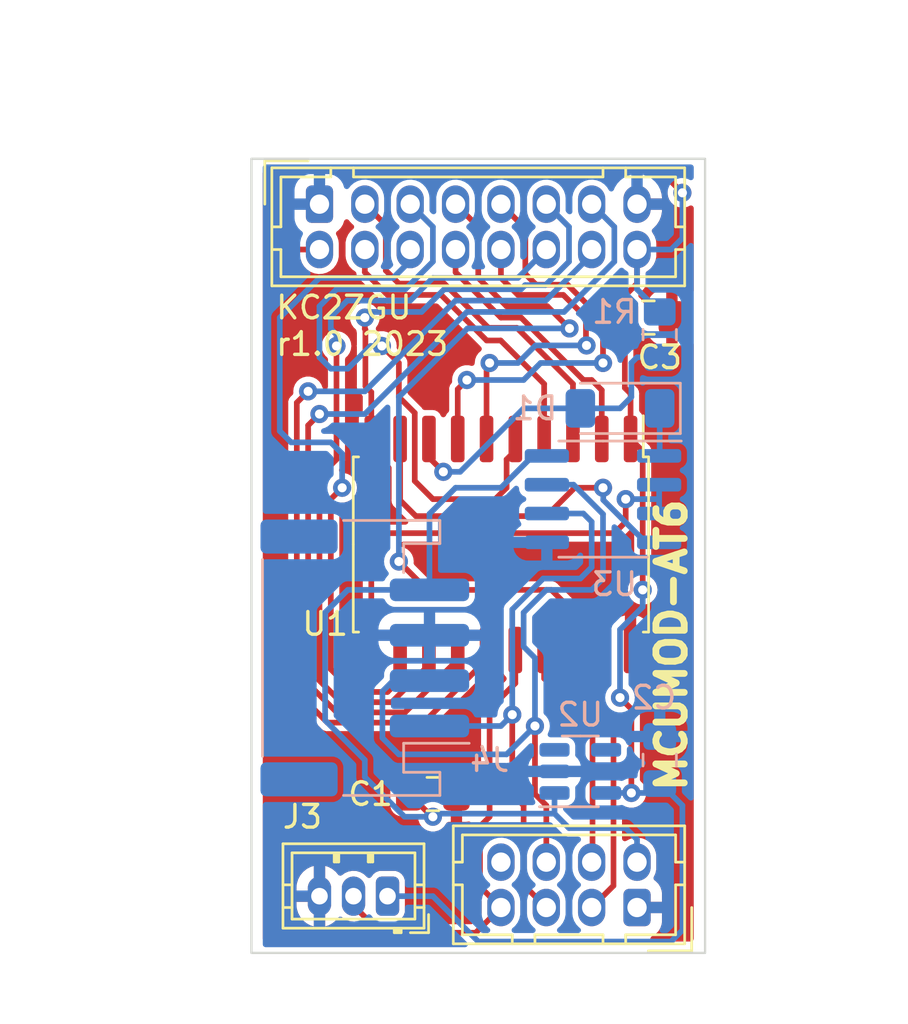
<source format=kicad_pcb>
(kicad_pcb (version 20221018) (generator pcbnew)
  (layers (0 "F.Cu" signal) (31 "B.Cu" signal) (34 "B.Paste" user) (35 "F.Paste" user) (36 "B.SilkS" user "B.Silkscreen") (37 "F.SilkS" user "F.Silkscreen") (38 "B.Mask" user) (39 "F.Mask" user) (44 "Edge.Cuts" user))
  (net 0 "")
  (net 1 "+5V")
  (net 2 "GND")
  (net 3 "+3.3V")
  (net 5 "Net-(U1-PB2)")
  (net 8 "UPDI")
  (net 9 "RS485A")
  (net 10 "RS485B")
  (net 11 "IO4")
  (net 12 "IO5")
  (net 13 "IO0")
  (net 14 "IO1")
  (net 15 "IO2")
  (net 16 "IO3")
  (net 17 "IO6")
  (net 18 "IO7")
  (net 19 "IO8")
  (net 20 "IO9")
  (net 21 "IO10")
  (net 22 "IO11")
  (net 23 "IO12")
  (net 24 "IO13")
  (net 25 "/TXEN")
  (net 26 "Net-(D1-K)")
  (net 27 "Net-(D1-A)")
  (footprint "footprints:JST_ZH_B3B-ZR_1x03_P1.50mm_Vertical" (layer "F.Cu") (at 106 132.5 180)
    (fp_text reference "J3" (at 3.75 3.5) (layer "F.SilkS"))
    (fp_text value "Conn_01x03_Pin")
    (fp_line (start -1.81 -1.61) (end -1.81 -0.81) (stroke (width 0.12)) (layer "F.SilkS"))
    (fp_line (start -1.61 -1.41) (end -1.61 2.31) (stroke (width 0.12)) (layer "F.SilkS"))
    (fp_line (start -1.61 -0.5) (end -1.21 -0.5) (stroke (width 0.12)) (layer "F.SilkS"))
    (fp_line (start -1.61 0.5) (end -1.21 0.5) (stroke (width 0.12)) (layer "F.SilkS"))
    (fp_line (start -1.61 2.31) (end 4.61 2.31) (stroke (width 0.12)) (layer "F.SilkS"))
    (fp_line (start -1.21 -1.01) (end -1.21 1.91) (stroke (width 0.12)) (layer "F.SilkS"))
    (fp_line (start -1.21 1.91) (end 4.21 1.91) (stroke (width 0.12)) (layer "F.SilkS"))
    (fp_line (start -1.01 -1.61) (end -1.81 -1.61) (stroke (width 0.12)) (layer "F.SilkS"))
    (fp_line (start -0.6 -1.61) (end -0.6 -1.41) (stroke (width 0.12)) (layer "F.SilkS"))
    (fp_line (start -0.3 -1.61) (end -0.6 -1.61) (stroke (width 0.12)) (layer "F.SilkS"))
    (fp_line (start -0.3 -1.51) (end -0.6 -1.51) (stroke (width 0.12)) (layer "F.SilkS"))
    (fp_line (start -0.3 -1.41) (end -0.3 -1.61) (stroke (width 0.12)) (layer "F.SilkS"))
    (fp_line (start 0.65 1.51) (end 0.85 1.51) (stroke (width 0.12)) (layer "F.SilkS"))
    (fp_line (start 0.65 1.91) (end 0.65 1.51) (stroke (width 0.12)) (layer "F.SilkS"))
    (fp_line (start 0.75 1.91) (end 0.75 1.51) (stroke (width 0.12)) (layer "F.SilkS"))
    (fp_line (start 0.85 1.51) (end 0.85 1.91) (stroke (width 0.12)) (layer "F.SilkS"))
    (fp_line (start 2.15 1.51) (end 2.35 1.51) (stroke (width 0.12)) (layer "F.SilkS"))
    (fp_line (start 2.15 1.91) (end 2.15 1.51) (stroke (width 0.12)) (layer "F.SilkS"))
    (fp_line (start 2.25 1.91) (end 2.25 1.51) (stroke (width 0.12)) (layer "F.SilkS"))
    (fp_line (start 2.35 1.51) (end 2.35 1.91) (stroke (width 0.12)) (layer "F.SilkS"))
    (fp_line (start 4.21 -1.01) (end -1.21 -1.01) (stroke (width 0.12)) (layer "F.SilkS"))
    (fp_line (start 4.21 1.91) (end 4.21 -1.01) (stroke (width 0.12)) (layer "F.SilkS"))
    (fp_line (start 4.61 -1.41) (end -1.61 -1.41) (stroke (width 0.12)) (layer "F.SilkS"))
    (fp_line (start 4.61 -0.5) (end 4.21 -0.5) (stroke (width 0.12)) (layer "F.SilkS"))
    (fp_line (start 4.61 0.5) (end 4.21 0.5) (stroke (width 0.12)) (layer "F.SilkS"))
    (fp_line (start 4.61 2.31) (end 4.61 -1.41) (stroke (width 0.12)) (layer "F.SilkS"))
    (pad "1" thru_hole roundrect (at 0 0 180) (size 1.03 1.73) (drill 0.73) (layers "*.Cu" "*.Mask") (roundrect_rratio 0.2427184466) (net 3 "+3.3V"))
    (pad "2" thru_hole oval (at 1.5 0 180) (size 1.03 1.73) (drill 0.73) (layers "*.Cu" "*.Mask") (net 8 "UPDI"))
    (pad "3" thru_hole oval (at 3 0 180) (size 1.03 1.73) (drill 0.73) (layers "*.Cu" "*.Mask") (net 2 "GND"))
  )
  (footprint "Package_SO:SOIC-20W_7.5x12.8mm_P1.27mm" (layer "F.Cu") (at 111 117 -90)
    (fp_text reference "U1" (at 3.5 7.75 -180) (layer "F.SilkS"))
    (fp_text value "ATtiny1616-S")
    (fp_line (start -3.86 -6.51) (end -3.86 -6.275) (stroke (width 0.12)) (layer "F.SilkS"))
    (fp_line (start -3.86 -6.275) (end -5.675 -6.275) (stroke (width 0.12)) (layer "F.SilkS"))
    (fp_line (start -3.86 6.51) (end -3.86 6.275) (stroke (width 0.12)) (layer "F.SilkS"))
    (fp_line (start 0 -6.51) (end -3.86 -6.51) (stroke (width 0.12)) (layer "F.SilkS"))
    (fp_line (start 0 -6.51) (end 3.86 -6.51) (stroke (width 0.12)) (layer "F.SilkS"))
    (fp_line (start 0 6.51) (end -3.86 6.51) (stroke (width 0.12)) (layer "F.SilkS"))
    (fp_line (start 0 6.51) (end 3.86 6.51) (stroke (width 0.12)) (layer "F.SilkS"))
    (fp_line (start 3.86 -6.51) (end 3.86 -6.275) (stroke (width 0.12)) (layer "F.SilkS"))
    (fp_line (start 3.86 6.51) (end 3.86 6.275) (stroke (width 0.12)) (layer "F.SilkS"))
    (pad "1" smd roundrect (at -4.65 -5.715 270) (size 2.05 0.6) (layers "F.Cu" "F.Paste" "F.Mask") (net 3 "+3.3V"))
    (pad "2" smd roundrect (at -4.65 -4.445 270) (size 2.05 0.6) (layers "F.Cu" "F.Paste" "F.Mask") (net 18 "IO7"))
    (pad "3" smd roundrect (at -4.65 -3.175 270) (size 2.05 0.6) (layers "F.Cu" "F.Paste" "F.Mask") (net 13 "IO0"))
    (pad "4" smd roundrect (at -4.65 -1.905 270) (size 2.05 0.6) (layers "F.Cu" "F.Paste" "F.Mask") (net 14 "IO1"))
    (pad "5" smd roundrect (at -4.65 -0.635 270) (size 2.05 0.6) (layers "F.Cu" "F.Paste" "F.Mask") (net 15 "IO2"))
    (pad "6" smd roundrect (at -4.65 0.635 270) (size 2.05 0.6) (layers "F.Cu" "F.Paste" "F.Mask") (net 20 "IO9"))
    (pad "7" smd roundrect (at -4.65 1.905 270) (size 2.05 0.6) (layers "F.Cu" "F.Paste" "F.Mask") (net 19 "IO8"))
    (pad "8" smd roundrect (at -4.65 3.175 270) (size 2.05 0.6) (layers "F.Cu" "F.Paste" "F.Mask") (net 27 "Net-(D1-A)"))
    (pad "9" smd roundrect (at -4.65 4.445 270) (size 2.05 0.6) (layers "F.Cu" "F.Paste" "F.Mask") (net 5 "Net-(U1-PB2)"))
    (pad "10" smd roundrect (at -4.65 5.715 270) (size 2.05 0.6) (layers "F.Cu" "F.Paste" "F.Mask") (net 21 "IO10"))
    (pad "11" smd roundrect (at 4.65 5.715 270) (size 2.05 0.6) (layers "F.Cu" "F.Paste" "F.Mask") (net 25 "/TXEN"))
    (pad "12" smd roundrect (at 4.65 4.445 270) (size 2.05 0.6) (layers "F.Cu" "F.Paste" "F.Mask") (net 16 "IO3"))
    (pad "13" smd roundrect (at 4.65 3.175 270) (size 2.05 0.6) (layers "F.Cu" "F.Paste" "F.Mask") (net 22 "IO11"))
    (pad "14" smd roundrect (at 4.65 1.905 270) (size 2.05 0.6) (layers "F.Cu" "F.Paste" "F.Mask") (net 23 "IO12"))
    (pad "15" smd roundrect (at 4.65 0.635 270) (size 2.05 0.6) (layers "F.Cu" "F.Paste" "F.Mask") (net 24 "IO13"))
    (pad "16" smd roundrect (at 4.65 -0.635 270) (size 2.05 0.6) (layers "F.Cu" "F.Paste" "F.Mask") (net 8 "UPDI"))
    (pad "17" smd roundrect (at 4.65 -1.905 270) (size 2.05 0.6) (layers "F.Cu" "F.Paste" "F.Mask") (net 12 "IO5"))
    (pad "18" smd roundrect (at 4.65 -3.175 270) (size 2.05 0.6) (layers "F.Cu" "F.Paste" "F.Mask") (net 11 "IO4"))
    (pad "19" smd roundrect (at 4.65 -4.445 270) (size 2.05 0.6) (layers "F.Cu" "F.Paste" "F.Mask") (net 17 "IO6"))
    (pad "20" smd roundrect (at 4.65 -5.715 270) (size 2.05 0.6) (layers "F.Cu" "F.Paste" "F.Mask") (net 2 "GND"))
  )
  (footprint "Connector_Hirose:Hirose_DF11-8DP-2DSA_2x04_P2.00mm_Vertical" (layer "F.Cu") (at 117 133 180)
    (fp_text reference "J2" hide)
    (fp_text value "Conn_02x04_Odd_Even")
    (fp_line (start -2.41 -1.91) (end -0.5 -1.91) (stroke (width 0.12)) (layer "F.SilkS"))
    (fp_line (start -2.41 0) (end -2.41 -1.91) (stroke (width 0.12)) (layer "F.SilkS"))
    (fp_line (start -2.1 -1.6) (end -2.1 3.6) (stroke (width 0.12)) (layer "F.SilkS"))
    (fp_line (start -2.1 1) (end -1.7 1) (stroke (width 0.12)) (layer "F.SilkS"))
    (fp_line (start -2.1 2) (end -1.7 2) (stroke (width 0.12)) (layer "F.SilkS"))
    (fp_line (start -2.1 3.6) (end 8.1 3.6) (stroke (width 0.12)) (layer "F.SilkS"))
    (fp_line (start -1.7 -1.2) (end 0.5 -1.2) (stroke (width 0.12)) (layer "F.SilkS"))
    (fp_line (start -1.7 1) (end -1.7 -1.2) (stroke (width 0.12)) (layer "F.SilkS"))
    (fp_line (start -1.7 2) (end -1.7 3.2) (stroke (width 0.12)) (layer "F.SilkS"))
    (fp_line (start -1.7 3.2) (end 7.7 3.2) (stroke (width 0.12)) (layer "F.SilkS"))
    (fp_line (start 0.5 -1.2) (end 0.5 -1.6) (stroke (width 0.12)) (layer "F.SilkS"))
    (fp_line (start 1.5 -1.6) (end 1.5 -1.2) (stroke (width 0.12)) (layer "F.SilkS"))
    (fp_line (start 1.5 -1.2) (end 4.5 -1.2) (stroke (width 0.12)) (layer "F.SilkS"))
    (fp_line (start 4.5 -1.2) (end 4.5 -1.6) (stroke (width 0.12)) (layer "F.SilkS"))
    (fp_line (start 5.5 -1.2) (end 5.5 -1.6) (stroke (width 0.12)) (layer "F.SilkS"))
    (fp_line (start 7.7 -1.2) (end 5.5 -1.2) (stroke (width 0.12)) (layer "F.SilkS"))
    (fp_line (start 7.7 1) (end 7.7 -1.2) (stroke (width 0.12)) (layer "F.SilkS"))
    (fp_line (start 7.7 2) (end 8.1 2) (stroke (width 0.12)) (layer "F.SilkS"))
    (fp_line (start 7.7 3.2) (end 7.7 2) (stroke (width 0.12)) (layer "F.SilkS"))
    (fp_line (start 8.1 -1.6) (end -2.1 -1.6) (stroke (width 0.12)) (layer "F.SilkS"))
    (fp_line (start 8.1 1) (end 7.7 1) (stroke (width 0.12)) (layer "F.SilkS"))
    (fp_line (start 8.1 3.6) (end 8.1 -1.6) (stroke (width 0.12)) (layer "F.SilkS"))
    (pad "1" thru_hole roundrect (at 0 0 180) (size 1.2 1.65) (drill 0.85) (layers "*.Cu" "*.Mask") (roundrect_rratio 0.2083333333) (net 2 "GND"))
    (pad "2" thru_hole oval (at 0 2 180) (size 1.2 1.65) (drill 0.85) (layers "*.Cu" "*.Mask") (net 1 "+5V"))
    (pad "3" thru_hole oval (at 2 0 180) (size 1.2 1.65) (drill 0.85) (layers "*.Cu" "*.Mask") (net 11 "IO4"))
    (pad "4" thru_hole oval (at 2 2 180) (size 1.2 1.65) (drill 0.85) (layers "*.Cu" "*.Mask") (net 12 "IO5"))
    (pad "5" thru_hole oval (at 4 0 180) (size 1.2 1.65) (drill 0.85) (layers "*.Cu" "*.Mask") (net 9 "RS485A"))
    (pad "6" thru_hole oval (at 4 2 180) (size 1.2 1.65) (drill 0.85) (layers "*.Cu" "*.Mask") (net 10 "RS485B"))
    (pad "7" thru_hole oval (at 6 0 180) (size 1.2 1.65) (drill 0.85) (layers "*.Cu" "*.Mask") (net 8 "UPDI"))
    (pad "8" thru_hole oval (at 6 2 180) (size 1.2 1.65) (drill 0.85) (layers "*.Cu" "*.Mask"))
  )
  (footprint "Capacitor_SMD:C_0805_2012Metric_Pad1.18x1.45mm_HandSolder" (layer "F.Cu") (at 108 128)
    (fp_text reference "C1" (at -2.75 0) (layer "F.SilkS"))
    (fp_text value "C")
    (fp_line (start -0.261252 -0.735) (end 0.261252 -0.735) (stroke (width 0.12)) (layer "F.SilkS"))
    (fp_line (start -0.261252 0.735) (end 0.261252 0.735) (stroke (width 0.12)) (layer "F.SilkS"))
    (pad "1" smd roundrect (at -1.0375 0) (size 1.175 1.45) (layers "F.Cu" "F.Paste" "F.Mask") (roundrect_rratio 0.2127659574) (net 1 "+5V"))
    (pad "2" smd roundrect (at 1.0375 0) (size 1.175 1.45) (layers "F.Cu" "F.Paste" "F.Mask") (roundrect_rratio 0.2127659574) (net 2 "GND"))
  )
  (footprint "Connector_Hirose:Hirose_DF11-16DP-2DSA_2x08_P2.00mm_Vertical" (layer "F.Cu") (at 103 102)
    (fp_text reference "J1" hide)
    (fp_text value "Conn_02x08_Odd_Even")
    (fp_line (start -2.41 -1.91) (end -0.5 -1.91) (stroke (width 0.12)) (layer "F.SilkS"))
    (fp_line (start -2.41 0) (end -2.41 -1.91) (stroke (width 0.12)) (layer "F.SilkS"))
    (fp_line (start -2.1 -1.6) (end -2.1 3.6) (stroke (width 0.12)) (layer "F.SilkS"))
    (fp_line (start -2.1 1) (end -1.7 1) (stroke (width 0.12)) (layer "F.SilkS"))
    (fp_line (start -2.1 2) (end -1.7 2) (stroke (width 0.12)) (layer "F.SilkS"))
    (fp_line (start -2.1 3.6) (end 16.1 3.6) (stroke (width 0.12)) (layer "F.SilkS"))
    (fp_line (start -1.7 -1.2) (end 0.5 -1.2) (stroke (width 0.12)) (layer "F.SilkS"))
    (fp_line (start -1.7 1) (end -1.7 -1.2) (stroke (width 0.12)) (layer "F.SilkS"))
    (fp_line (start -1.7 2) (end -1.7 3.2) (stroke (width 0.12)) (layer "F.SilkS"))
    (fp_line (start -1.7 3.2) (end 15.7 3.2) (stroke (width 0.12)) (layer "F.SilkS"))
    (fp_line (start 0.5 -1.2) (end 0.5 -1.6) (stroke (width 0.12)) (layer "F.SilkS"))
    (fp_line (start 1.5 -1.6) (end 1.5 -1.2) (stroke (width 0.12)) (layer "F.SilkS"))
    (fp_line (start 1.5 -1.2) (end 12.5 -1.2) (stroke (width 0.12)) (layer "F.SilkS"))
    (fp_line (start 12.5 -1.2) (end 12.5 -1.6) (stroke (width 0.12)) (layer "F.SilkS"))
    (fp_line (start 13.5 -1.2) (end 13.5 -1.6) (stroke (width 0.12)) (layer "F.SilkS"))
    (fp_line (start 15.7 -1.2) (end 13.5 -1.2) (stroke (width 0.12)) (layer "F.SilkS"))
    (fp_line (start 15.7 1) (end 15.7 -1.2) (stroke (width 0.12)) (layer "F.SilkS"))
    (fp_line (start 15.7 2) (end 16.1 2) (stroke (width 0.12)) (layer "F.SilkS"))
    (fp_line (start 15.7 3.2) (end 15.7 2) (stroke (width 0.12)) (layer "F.SilkS"))
    (fp_line (start 16.1 -1.6) (end -2.1 -1.6) (stroke (width 0.12)) (layer "F.SilkS"))
    (fp_line (start 16.1 1) (end 15.7 1) (stroke (width 0.12)) (layer "F.SilkS"))
    (fp_line (start 16.1 3.6) (end 16.1 -1.6) (stroke (width 0.12)) (layer "F.SilkS"))
    (pad "1" thru_hole roundrect (at 0 0) (size 1.2 1.65) (drill 0.85) (layers "*.Cu" "*.Mask") (roundrect_rratio 0.2083333333) (net 2 "GND"))
    (pad "2" thru_hole oval (at 0 2) (size 1.2 1.65) (drill 0.85) (layers "*.Cu" "*.Mask") (net 3 "+3.3V"))
    (pad "3" thru_hole oval (at 2 0) (size 1.2 1.65) (drill 0.85) (layers "*.Cu" "*.Mask") (net 13 "IO0"))
    (pad "4" thru_hole oval (at 2 2) (size 1.2 1.65) (drill 0.85) (layers "*.Cu" "*.Mask") (net 14 "IO1"))
    (pad "5" thru_hole oval (at 4 0) (size 1.2 1.65) (drill 0.85) (layers "*.Cu" "*.Mask") (net 15 "IO2"))
    (pad "6" thru_hole oval (at 4 2) (size 1.2 1.65) (drill 0.85) (layers "*.Cu" "*.Mask") (net 16 "IO3"))
    (pad "7" thru_hole oval (at 6 0) (size 1.2 1.65) (drill 0.85) (layers "*.Cu" "*.Mask") (net 17 "IO6"))
    (pad "8" thru_hole oval (at 6 2) (size 1.2 1.65) (drill 0.85) (layers "*.Cu" "*.Mask") (net 18 "IO7"))
    (pad "9" thru_hole oval (at 8 0) (size 1.2 1.65) (drill 0.85) (layers "*.Cu" "*.Mask") (net 19 "IO8"))
    (pad "10" thru_hole oval (at 8 2) (size 1.2 1.65) (drill 0.85) (layers "*.Cu" "*.Mask") (net 20 "IO9"))
    (pad "11" thru_hole oval (at 10 0) (size 1.2 1.65) (drill 0.85) (layers "*.Cu" "*.Mask") (net 21 "IO10"))
    (pad "12" thru_hole oval (at 10 2) (size 1.2 1.65) (drill 0.85) (layers "*.Cu" "*.Mask") (net 22 "IO11"))
    (pad "13" thru_hole oval (at 12 0) (size 1.2 1.65) (drill 0.85) (layers "*.Cu" "*.Mask") (net 23 "IO12"))
    (pad "14" thru_hole oval (at 12 2) (size 1.2 1.65) (drill 0.85) (layers "*.Cu" "*.Mask") (net 24 "IO13"))
    (pad "15" thru_hole oval (at 14 0) (size 1.2 1.65) (drill 0.85) (layers "*.Cu" "*.Mask") (net 2 "GND"))
    (pad "16" thru_hole oval (at 14 2) (size 1.2 1.65) (drill 0.85) (layers "*.Cu" "*.Mask") (net 3 "+3.3V"))
  )
  (footprint "Capacitor_SMD:C_0805_2012Metric_Pad1.18x1.45mm_HandSolder" (layer "F.Cu") (at 117.5 107)
    (fp_text reference "C3" (at 0.5 1.75) (layer "F.SilkS"))
    (fp_text value "C")
    (fp_line (start -0.261252 -0.735) (end 0.261252 -0.735) (stroke (width 0.12)) (layer "F.SilkS"))
    (fp_line (start -0.261252 0.735) (end 0.261252 0.735) (stroke (width 0.12)) (layer "F.SilkS"))
    (pad "1" smd roundrect (at -1.0375 0) (size 1.175 1.45) (layers "F.Cu" "F.Paste" "F.Mask") (roundrect_rratio 0.2127659574) (net 3 "+3.3V"))
    (pad "2" smd roundrect (at 1.0375 0) (size 1.175 1.45) (layers "F.Cu" "F.Paste" "F.Mask") (roundrect_rratio 0.2127659574) (net 2 "GND"))
  )
  (footprint "Connector_JST:JST_PH_S4B-PH-SM4-TB_1x04-1MP_P2.00mm_Horizontal" (layer "B.Cu") (at 105 122 90)
    (fp_text reference "J4" (at -4.5 5.5 180) (layer "B.SilkS") (effects (justify mirror)))
    (fp_text value "Conn_01x04_Pin")
    (fp_line (start -6.06 -0.94) (end -6.06 3.31) (stroke (width 0.12)) (layer "B.SilkS"))
    (fp_line (start -6.06 3.31) (end -5.04 3.31) (stroke (width 0.12)) (layer "B.SilkS"))
    (fp_line (start -5.04 1.71) (end -3.76 1.71) (stroke (width 0.12)) (layer "B.SilkS"))
    (fp_line (start -5.04 3.31) (end -5.04 1.71) (stroke (width 0.12)) (layer "B.SilkS"))
    (fp_line (start -4.34 -4.51) (end 4.34 -4.51) (stroke (width 0.12)) (layer "B.SilkS"))
    (fp_line (start -3.76 1.71) (end -3.76 4.6) (stroke (width 0.12)) (layer "B.SilkS"))
    (fp_line (start 5.04 1.71) (end 3.76 1.71) (stroke (width 0.12)) (layer "B.SilkS"))
    (fp_line (start 5.04 3.31) (end 5.04 1.71) (stroke (width 0.12)) (layer "B.SilkS"))
    (fp_line (start 6.06 -0.94) (end 6.06 3.31) (stroke (width 0.12)) (layer "B.SilkS"))
    (fp_line (start 6.06 3.31) (end 5.04 3.31) (stroke (width 0.12)) (layer "B.SilkS"))
    (pad "1" smd roundrect (at -3 2.85 90) (size 1 3.5) (layers "B.Cu" "B.Paste" "B.Mask") (net 9 "RS485A"))
    (pad "2" smd roundrect (at -1 2.85 90) (size 1 3.5) (layers "B.Cu" "B.Paste" "B.Mask") (net 10 "RS485B"))
    (pad "3" smd roundrect (at 1 2.85 90) (size 1 3.5) (layers "B.Cu" "B.Paste" "B.Mask") (net 2 "GND"))
    (pad "4" smd roundrect (at 3 2.85 90) (size 1 3.5) (layers "B.Cu" "B.Paste" "B.Mask") (net 1 "+5V"))
    (pad "MP" smd roundrect (at -5.35 -2.9 90) (size 1.5 3.4) (layers "B.Cu" "B.Paste" "B.Mask") (roundrect_rratio 0.1666673333))
    (pad "MP" smd roundrect (at 5.35 -2.9 90) (size 1.5 3.4) (layers "B.Cu" "B.Paste" "B.Mask") (roundrect_rratio 0.1666673333))
  )
  (footprint "Resistor_SMD:R_0805_2012Metric_Pad1.20x1.40mm_HandSolder" (layer "B.Cu") (at 118 107.75 90)
    (fp_text reference "R1" (at 1 -2 180) (layer "B.SilkS") (effects (justify mirror)))
    (fp_text value "R_US")
    (fp_line (start -0.227064 -0.735) (end 0.227064 -0.735) (stroke (width 0.12)) (layer "B.SilkS"))
    (fp_line (start -0.227064 0.735) (end 0.227064 0.735) (stroke (width 0.12)) (layer "B.SilkS"))
    (pad "1" smd roundrect (at -1 0 90) (size 1.2 1.4) (layers "B.Cu" "B.Paste" "B.Mask") (roundrect_rratio 0.2083333333) (net 27 "Net-(D1-A)"))
    (pad "2" smd roundrect (at 1 0 90) (size 1.2 1.4) (layers "B.Cu" "B.Paste" "B.Mask") (roundrect_rratio 0.2083333333) (net 3 "+3.3V"))
  )
  (footprint "Package_SO:SOIC-8_3.9x4.9mm_P1.27mm" (layer "B.Cu") (at 115.5 115 180)
    (fp_text reference "U3" (at -0.5 -3.75) (layer "B.SilkS") (effects (justify mirror)))
    (fp_text value "ST485EBDR")
    (fp_line (start 0 -2.56) (end -1.95 -2.56) (stroke (width 0.12)) (layer "B.SilkS"))
    (fp_line (start 0 -2.56) (end 1.95 -2.56) (stroke (width 0.12)) (layer "B.SilkS"))
    (fp_line (start 0 2.56) (end -3.45 2.56) (stroke (width 0.12)) (layer "B.SilkS"))
    (fp_line (start 0 2.56) (end 1.95 2.56) (stroke (width 0.12)) (layer "B.SilkS"))
    (pad "1" smd roundrect (at -2.475 1.905 180) (size 1.95 0.6) (layers "B.Cu" "B.Paste" "B.Mask") (net 26 "Net-(D1-K)"))
    (pad "2" smd roundrect (at -2.475 0.635 180) (size 1.95 0.6) (layers "B.Cu" "B.Paste" "B.Mask") (net 25 "/TXEN"))
    (pad "3" smd roundrect (at -2.475 -0.635 180) (size 1.95 0.6) (layers "B.Cu" "B.Paste" "B.Mask") (net 25 "/TXEN"))
    (pad "4" smd roundrect (at -2.475 -1.905 180) (size 1.95 0.6) (layers "B.Cu" "B.Paste" "B.Mask") (net 5 "Net-(U1-PB2)"))
    (pad "5" smd roundrect (at 2.475 -1.905 180) (size 1.95 0.6) (layers "B.Cu" "B.Paste" "B.Mask") (net 2 "GND"))
    (pad "6" smd roundrect (at 2.475 -0.635 180) (size 1.95 0.6) (layers "B.Cu" "B.Paste" "B.Mask") (net 9 "RS485A"))
    (pad "7" smd roundrect (at 2.475 0.635 180) (size 1.95 0.6) (layers "B.Cu" "B.Paste" "B.Mask") (net 10 "RS485B"))
    (pad "8" smd roundrect (at 2.475 1.905 180) (size 1.95 0.6) (layers "B.Cu" "B.Paste" "B.Mask") (net 1 "+5V"))
  )
  (footprint "Diode_SMD:D_MiniMELF" (layer "B.Cu") (at 116.25 111 180)
    (fp_text reference "D1" (at 3.75 0) (layer "B.SilkS") (effects (justify mirror)))
    (fp_text value "LL4148")
    (fp_line (start -2.66 -1.11) (end 1.75 -1.11) (stroke (width 0.12)) (layer "B.SilkS"))
    (fp_line (start -2.66 1.11) (end -2.66 -1.11) (stroke (width 0.12)) (layer "B.SilkS"))
    (fp_line (start 1.75 1.11) (end -2.66 1.11) (stroke (width 0.12)) (layer "B.SilkS"))
    (pad "1" smd roundrect (at -1.75 0 180) (size 1.3 1.7) (layers "B.Cu" "B.Paste" "B.Mask") (roundrect_rratio 0.1923076923) (net 26 "Net-(D1-K)"))
    (pad "2" smd roundrect (at 1.75 0 180) (size 1.3 1.7) (layers "B.Cu" "B.Paste" "B.Mask") (roundrect_rratio 0.1923076923) (net 27 "Net-(D1-A)"))
  )
  (footprint "Package_TO_SOT_SMD:TSOT-23-5" (layer "B.Cu") (at 114.5 127)
    (fp_text reference "U2" (at 0 -2.5) (layer "B.SilkS") (effects (justify mirror)))
    (fp_text value "ADP7142AUJZ-3.3")
    (fp_line (start 0 -1.56) (end -0.8 -1.56) (stroke (width 0.12)) (layer "B.SilkS"))
    (fp_line (start 0 -1.56) (end 0.8 -1.56) (stroke (width 0.12)) (layer "B.SilkS"))
    (fp_line (start 0 1.56) (end -1.8 1.56) (stroke (width 0.12)) (layer "B.SilkS"))
    (fp_line (start 0 1.56) (end 0.8 1.56) (stroke (width 0.12)) (layer "B.SilkS"))
    (pad "1" smd roundrect (at -1.1375 0.95) (size 1.325 0.6) (layers "B.Cu" "B.Paste" "B.Mask") (net 1 "+5V"))
    (pad "2" smd roundrect (at -1.1375 0) (size 1.325 0.6) (layers "B.Cu" "B.Paste" "B.Mask") (net 2 "GND"))
    (pad "3" smd roundrect (at -1.1375 -0.95) (size 1.325 0.6) (layers "B.Cu" "B.Paste" "B.Mask"))
    (pad "4" smd roundrect (at 1.1375 -0.95) (size 1.325 0.6) (layers "B.Cu" "B.Paste" "B.Mask"))
    (pad "5" smd roundrect (at 1.1375 0.95) (size 1.325 0.6) (layers "B.Cu" "B.Paste" "B.Mask") (net 3 "+3.3V"))
  )
  (footprint "Capacitor_SMD:C_0805_2012Metric_Pad1.18x1.45mm_HandSolder" (layer "B.Cu") (at 118 126.5 90)
    (fp_text reference "C2" (at 2.75 -0.25 180) (layer "B.SilkS") (effects (justify mirror)))
    (fp_text value "C")
    (fp_line (start -0.261252 -0.735) (end 0.261252 -0.735) (stroke (width 0.12)) (layer "B.SilkS"))
    (fp_line (start -0.261252 0.735) (end 0.261252 0.735) (stroke (width 0.12)) (layer "B.SilkS"))
    (pad "1" smd roundrect (at -1.0375 0 90) (size 1.175 1.45) (layers "B.Cu" "B.Paste" "B.Mask") (roundrect_rratio 0.2127659574) (net 3 "+3.3V"))
    (pad "2" smd roundrect (at 1.0375 0 90) (size 1.175 1.45) (layers "B.Cu" "B.Paste" "B.Mask") (roundrect_rratio 0.2127659574) (net 2 "GND"))
  )
  (gr_rect (start 100 100) (end 120 135) (stroke (width 0.1)) (fill none) (layer "Edge.Cuts"))
  (gr_text "MCUMOD-AT6" (at 119.25 128 90) (layer "F.SilkS") (effects (font (size 1.25 1.25) (thickness 0.3) bold) (justify left bottom)))
  (gr_text "KC2ZGU\nr1.0 2023" (at 101 108.75) (layer "F.SilkS") (effects (font (size 1 1)) (justify left bottom)))
  (segment (start 108 129) (end 107.9625 129) (width 0.25) (layer "F.Cu") (net 1))
  (segment (start 107.9625 129) (end 106.9625 128) (width 0.25) (layer "F.Cu") (net 1))
  (via (at 108 129) (size 0.8) (drill 0.4) (layers "F.Cu" "B.Cu") (net 1))
  (segment (start 107.85 119) (end 107.85 115.65) (width 0.25) (layer "B.Cu") (net 1))
  (segment (start 106.75 129) (end 105 127.25) (width 0.25) (layer "B.Cu") (net 1))
  (segment (start 113.025 113.095) (end 112.405 113.095) (width 0.25) (layer "B.Cu") (net 1))
  (segment (start 113.3625 128.8625) (end 113.3625 127.95) (width 0.25) (layer "B.Cu") (net 1))
  (segment (start 108 129) (end 106.75 129) (width 0.25) (layer "B.Cu") (net 1))
  (segment (start 103.25 124.75) (end 105 126.5) (width 0.25) (layer "B.Cu") (net 1))
  (segment (start 103.25 120) (end 103.25 124.75) (width 0.25) (layer "B.Cu") (net 1))
  (segment (start 105 126.5) (end 105 127.25) (width 0.25) (layer "B.Cu") (net 1))
  (segment (start 107.85 115.65) (end 109 114.5) (width 0.25) (layer "B.Cu") (net 1))
  (segment (start 117 130) (end 116.5 129.5) (width 0.25) (layer "B.Cu") (net 1))
  (segment (start 108.1375 128.8625) (end 108 129) (width 0.25) (layer "B.Cu") (net 1))
  (segment (start 107.85 119) (end 104.25 119) (width 0.25) (layer "B.Cu") (net 1))
  (segment (start 104.25 119) (end 103.25 120) (width 0.25) (layer "B.Cu") (net 1))
  (segment (start 109 114.5) (end 111 114.5) (width 0.25) (layer "B.Cu") (net 1))
  (segment (start 117 131) (end 117 130) (width 0.25) (layer "B.Cu") (net 1))
  (segment (start 116.5 129.5) (end 114 129.5) (width 0.25) (layer "B.Cu") (net 1))
  (segment (start 113.3625 128.8625) (end 108.1375 128.8625) (width 0.25) (layer "B.Cu") (net 1))
  (segment (start 112.405 113.095) (end 111 114.5) (width 0.25) (layer "B.Cu") (net 1))
  (segment (start 114 129.5) (end 113.3625 128.8625) (width 0.25) (layer "B.Cu") (net 1))
  (segment (start 117 105.5) (end 116.4625 106.0375) (width 0.25) (layer "F.Cu") (net 3))
  (segment (start 116.75 124.25) (end 116.25 123.75) (width 0.25) (layer "F.Cu") (net 3))
  (segment (start 117 104) (end 117 105.5) (width 0.25) (layer "F.Cu") (net 3))
  (segment (start 116.715 110.35) (end 116.4625 110.0975) (width 0.25) (layer "F.Cu") (net 3))
  (segment (start 101.5 101) (end 102 100.5) (width 0.25) (layer "F.Cu") (net 3))
  (segment (start 101.5 103.5) (end 101.5 101) (width 0.25) (layer "F.Cu") (net 3))
  (segment (start 118 100.5) (end 119 101.5) (width 0.25) (layer "F.Cu") (net 3))
  (segment (start 116.75 124.75) (end 116.75 124.25) (width 0.25) (layer "F.Cu") (net 3))
  (segment (start 116.75 127.95) (end 116.75 124.75) (width 0.25) (layer "F.Cu") (net 3))
  (segment (start 103 104) (end 102 104) (width 0.25) (layer "F.Cu") (net 3))
  (segment (start 116.4625 106.0375) (end 116.4625 107) (width 0.25) (layer "F.Cu") (net 3))
  (segment (start 117.25 112.885) (end 116.715 112.35) (width 0.25) (layer "F.Cu") (net 3))
  (segment (start 102 104) (end 101.5 103.5) (width 0.25) (layer "F.Cu") (net 3))
  (segment (start 117.25 119) (end 117.25 112.885) (width 0.25) (layer "F.Cu") (net 3))
  (segment (start 102 100.5) (end 118 100.5) (width 0.25) (layer "F.Cu") (net 3))
  (segment (start 116.4625 110.0975) (end 116.4625 107) (width 0.25) (layer "F.Cu") (net 3))
  (segment (start 116.715 110.35) (end 116.715 112.35) (width 0.25) (layer "F.Cu") (net 3))
  (via (at 119 101.5) (size 0.8) (drill 0.4) (layers "F.Cu" "B.Cu") (net 3))
  (via (at 117.25 119) (size 0.8) (drill 0.4) (layers "F.Cu" "B.Cu") (net 3))
  (via (at 116.75 127.95) (size 0.8) (drill 0.4) (layers "F.Cu" "B.Cu") (net 3))
  (via (at 116.25 123.75) (size 0.8) (drill 0.4) (layers "F.Cu" "B.Cu") (net 3))
  (segment (start 116.25 123.75) (end 116.25 120.75) (width 0.25) (layer "B.Cu") (net 3))
  (segment (start 118.0375 127.5375) (end 119 128.5) (width 0.25) (layer "B.Cu") (net 3))
  (segment (start 118.5 104) (end 117 104) (width 0.25) (layer "B.Cu") (net 3))
  (segment (start 117.25 119.75) (end 117.25 119) (width 0.25) (layer "B.Cu") (net 3))
  (segment (start 119 101.5) (end 119 103.5) (width 0.25) (layer "B.Cu") (net 3))
  (segment (start 118.5 134.5) (end 110 134.5) (width 0.25) (layer "B.Cu") (net 3))
  (segment (start 117 104) (end 117 105.75) (width 0.25) (layer "B.Cu") (net 3))
  (segment (start 119 128.5) (end 119 134) (width 0.25) (layer "B.Cu") (net 3))
  (segment (start 119 103.5) (end 118.5 104) (width 0.25) (layer "B.Cu") (net 3))
  (segment (start 119 134) (end 118.5 134.5) (width 0.25) (layer "B.Cu") (net 3))
  (segment (start 108 132.5) (end 106 132.5) (width 0.25) (layer "B.Cu") (net 3))
  (segment (start 115.6375 127.95) (end 116.75 127.95) (width 0.25) (layer "B.Cu") (net 3))
  (segment (start 117 105.75) (end 118 106.75) (width 0.25) (layer "B.Cu") (net 3))
  (segment (start 110 134.5) (end 108 132.5) (width 0.25) (layer "B.Cu") (net 3))
  (segment (start 118 127.5375) (end 118.0375 127.5375) (width 0.25) (layer "B.Cu") (net 3))
  (segment (start 116.75 127.95) (end 117.5875 127.95) (width 0.25) (layer "B.Cu") (net 3))
  (segment (start 117.5875 127.95) (end 118 127.5375) (width 0.25) (layer "B.Cu") (net 3))
  (segment (start 116.25 120.75) (end 117.25 119.75) (width 0.25) (layer "B.Cu") (net 3))
  (segment (start 107.25 115.75) (end 106.555 115.055) (width 0.25) (layer "F.Cu") (net 5))
  (segment (start 106.555 115.055) (end 106.555 112.35) (width 0.25) (layer "F.Cu") (net 5))
  (segment (start 115.5 114.5) (end 114.25 114.5) (width 0.25) (layer "F.Cu") (net 5))
  (segment (start 114.25 114.5) (end 113 115.75) (width 0.25) (layer "F.Cu") (net 5))
  (segment (start 113 115.75) (end 107.25 115.75) (width 0.25) (layer "F.Cu") (net 5))
  (via (at 115.5 114.5) (size 0.8) (drill 0.4) (layers "F.Cu" "B.Cu") (net 5))
  (segment (start 117.379695 116.905) (end 117.975 116.905) (width 0.25) (layer "B.Cu") (net 5))
  (segment (start 115.512299 115.037604) (end 117.379695 116.905) (width 0.25) (layer "B.Cu") (net 5))
  (segment (start 115.512299 115.037604) (end 115.512299 114.512299) (width 0.25) (layer "B.Cu") (net 5))
  (segment (start 115.512299 114.512299) (end 115.5 114.5) (width 0.25) (layer "B.Cu") (net 5))
  (segment (start 111.635 123.115195) (end 110.5 124.250195) (width 0.25) (layer "F.Cu") (net 8))
  (segment (start 109.8875 134.1125) (end 105.6975 134.1125) (width 0.25) (layer "F.Cu") (net 8))
  (segment (start 111.635 121.65) (end 111.635 123.115195) (width 0.25) (layer "F.Cu") (net 8))
  (segment (start 110.5 124.250195) (end 110.5 129) (width 0.25) (layer "F.Cu") (net 8))
  (segment (start 110.075 129.425) (end 110.075 132.075) (width 0.25) (layer "F.Cu") (net 8))
  (segment (start 111.0375 132.9625) (end 109.8875 134.1125) (width 0.25) (layer "F.Cu") (net 8))
  (segment (start 105.6975 134.1125) (end 104.5 132.915) (width 0.25) (layer "F.Cu") (net 8))
  (segment (start 110.075 132.075) (end 111 133) (width 0.25) (layer "F.Cu") (net 8))
  (segment (start 104.5 132.915) (end 104.5 132.5) (width 0.25) (layer "F.Cu") (net 8))
  (segment (start 110.5 129) (end 110.075 129.425) (width 0.25) (layer "F.Cu") (net 8))
  (segment (start 112 128.5) (end 111.5 128) (width 0.25) (layer "F.Cu") (net 9))
  (segment (start 111.5 128) (end 111.5 124.5) (width 0.25) (layer "F.Cu") (net 9))
  (segment (start 113 133) (end 112 132) (width 0.25) (layer "F.Cu") (net 9))
  (segment (start 112 132) (end 112 128.5) (width 0.25) (layer "F.Cu") (net 9))
  (via (at 111.5 124.5) (size 0.8) (drill 0.4) (layers "F.Cu" "B.Cu") (net 9))
  (segment (start 114.635 115.635) (end 113.025 115.635) (width 0.25) (layer "B.Cu") (net 9))
  (segment (start 111.5 124.5) (end 111.5 119.863604) (width 0.25) (layer "B.Cu") (net 9))
  (segment (start 115 116) (end 114.635 115.635) (width 0.25) (layer "B.Cu") (net 9))
  (segment (start 112.863604 118.5) (end 114.5 118.5) (width 0.25) (layer "B.Cu") (net 9))
  (segment (start 111 125) (end 111.5 124.5) (width 0.25) (layer "B.Cu") (net 9))
  (segment (start 107.85 125) (end 111 125) (width 0.25) (layer "B.Cu") (net 9))
  (segment (start 114.5 118.5) (end 115 118) (width 0.25) (layer "B.Cu") (net 9))
  (segment (start 111.5 119.863604) (end 112.863604 118.5) (width 0.25) (layer "B.Cu") (net 9))
  (segment (start 115 118) (end 115 116) (width 0.25) (layer "B.Cu") (net 9))
  (segment (start 113 128.5) (end 112.5 128) (width 0.25) (layer "F.Cu") (net 10))
  (segment (start 113 131) (end 113 128.5) (width 0.25) (layer "F.Cu") (net 10))
  (segment (start 112.5 125) (end 112.5 128) (width 0.25) (layer "F.Cu") (net 10))
  (via (at 112.5 125) (size 0.8) (drill 0.4) (layers "F.Cu" "B.Cu") (net 10))
  (segment (start 114.203299 114.365) (end 113.025 114.365) (width 0.25) (layer "B.Cu") (net 10))
  (segment (start 106.25 123) (end 105.775 123.475) (width 0.25) (layer "B.Cu") (net 10))
  (segment (start 105.775 125.525) (end 106.5 126.25) (width 0.25) (layer "B.Cu") (net 10))
  (segment (start 115.5 118.5) (end 115.5 115.661701) (width 0.25) (layer "B.Cu") (net 10))
  (segment (start 111.25 126.25) (end 112.5 125) (width 0.25) (layer "B.Cu") (net 10))
  (segment (start 112.5 122) (end 112.5 125) (width 0.25) (layer "B.Cu") (net 10))
  (segment (start 112 121.5) (end 112 120) (width 0.25) (layer "B.Cu") (net 10))
  (segment (start 113 119) (end 115 119) (width 0.25) (layer "B.Cu") (net 10))
  (segment (start 106.5 126.25) (end 111.25 126.25) (width 0.25) (layer "B.Cu") (net 10))
  (segment (start 112 120) (end 113 119) (width 0.25) (layer "B.Cu") (net 10))
  (segment (start 115.5 115.661701) (end 114.203299 114.365) (width 0.25) (layer "B.Cu") (net 10))
  (segment (start 115 119) (end 115.5 118.5) (width 0.25) (layer "B.Cu") (net 10))
  (segment (start 107.85 123) (end 106.25 123) (width 0.25) (layer "B.Cu") (net 10))
  (segment (start 112.5 122) (end 112 121.5) (width 0.25) (layer "B.Cu") (net 10))
  (segment (start 105.775 123.475) (end 105.775 125.525) (width 0.25) (layer "B.Cu") (net 10))
  (segment (start 115.9625 132.0375) (end 115.9625 125.326104) (width 0.25) (layer "F.Cu") (net 11))
  (segment (start 115.0375 132.9625) (end 115.9625 132.0375) (width 0.25) (layer "F.Cu") (net 11))
  (segment (start 115.9625 125.326104) (end 114.175 123.538604) (width 0.25) (layer "F.Cu") (net 11))
  (segment (start 114.175 123.538604) (end 114.175 121.65) (width 0.25) (layer "F.Cu") (net 11))
  (segment (start 115.0375 130.9625) (end 115.0375 125.0375) (width 0.25) (layer "F.Cu") (net 12))
  (segment (start 112.905 122.905) (end 112.905 121.65) (width 0.25) (layer "F.Cu") (net 12))
  (segment (start 115.0375 125.0375) (end 112.905 122.905) (width 0.25) (layer "F.Cu") (net 12))
  (segment (start 114.175 112.35) (end 114.175 109.923249) (width 0.25) (layer "F.Cu") (net 13))
  (segment (start 105.925 102.925) (end 105 102) (width 0.25) (layer "F.Cu") (net 13))
  (segment (start 105.925 104.925) (end 105.925 102.925) (width 0.25) (layer "F.Cu") (net 13))
  (segment (start 111.701751 107.45) (end 110.45 107.45) (width 0.25) (layer "F.Cu") (net 13))
  (segment (start 114.175 109.923249) (end 111.701751 107.45) (width 0.25) (layer "F.Cu") (net 13))
  (segment (start 106.5 105.5) (end 105.925 104.925) (width 0.25) (layer "F.Cu") (net 13))
  (segment (start 108.5 105.5) (end 106.5 105.5) (width 0.25) (layer "F.Cu") (net 13))
  (segment (start 110.45 107.45) (end 108.5 105.5) (width 0.25) (layer "F.Cu") (net 13))
  (segment (start 110.372729 108.009125) (end 110.990875 108.009125) (width 0.25) (layer "F.Cu") (net 14))
  (segment (start 112.905 109.923249) (end 110.990875 108.009125) (width 0.25) (layer "F.Cu") (net 14))
  (segment (start 105 105) (end 105 104) (width 0.25) (layer "F.Cu") (net 14))
  (segment (start 112.905 112.35) (end 112.905 109.923249) (width 0.25) (layer "F.Cu") (net 14))
  (segment (start 110.372729 108.009125) (end 108.363604 106) (width 0.25) (layer "F.Cu") (net 14))
  (segment (start 108.363604 106) (end 106 106) (width 0.25) (layer "F.Cu") (net 14))
  (segment (start 106 106) (end 105 105) (width 0.25) (layer "F.Cu") (net 14))
  (segment (start 107.2 114.2) (end 107.2 111.2) (width 0.25) (layer "F.Cu") (net 15))
  (segment (start 111.635 112.865) (end 111.25 113.25) (width 0.25) (layer "F.Cu") (net 15))
  (segment (start 107.2 111.2) (end 106.5 110.5) (width 0.25) (layer "F.Cu") (net 15))
  (segment (start 108 115) (end 107.2 114.2) (width 0.25) (layer "F.Cu") (net 15))
  (segment (start 111.25 113.25) (end 111.25 114.5) (width 0.25) (layer "F.Cu") (net 15))
  (segment (start 106.5 109) (end 105.75 108.25) (width 0.25) (layer "F.Cu") (net 15))
  (segment (start 110.75 115) (end 108 115) (width 0.25) (layer "F.Cu") (net 15))
  (segment (start 111.635 112.35) (end 111.635 112.865) (width 0.25) (layer "F.Cu") (net 15))
  (segment (start 106.5 109.75) (end 106.5 110.5) (width 0.25) (layer "F.Cu") (net 15))
  (segment (start 106.5 109.75) (end 106.5 109) (width 0.25) (layer "F.Cu") (net 15))
  (segment (start 111.25 114.5) (end 110.75 115) (width 0.25) (layer "F.Cu") (net 15))
  (via (at 105.75 108.25) (size 0.8) (drill 0.4) (layers "F.Cu" "B.Cu") (net 15))
  (segment (start 105.75 108.25) (end 105.25 108.25) (width 0.25) (layer "B.Cu") (net 15))
  (segment (start 104.25 109.25) (end 103.5 109.25) (width 0.25) (layer "B.Cu") (net 15))
  (segment (start 106.783148 105.75) (end 103.75 105.75) (width 0.25) (layer "B.Cu") (net 15))
  (segment (start 105.25 108.25) (end 104.25 109.25) (width 0.25) (layer "B.Cu") (net 15))
  (segment (start 103.75 105.75) (end 103 106.5) (width 0.25) (layer "B.Cu") (net 15))
  (segment (start 108 103) (end 108 104.533148) (width 0.25) (layer "B.Cu") (net 15))
  (segment (start 107 102) (end 108 103) (width 0.25) (layer "B.Cu") (net 15))
  (segment (start 108 104.533148) (end 106.783148 105.75) (width 0.25) (layer "B.Cu") (net 15))
  (segment (start 103 108.75) (end 103.5 109.25) (width 0.25) (layer "B.Cu") (net 15))
  (segment (start 103 106.5) (end 103 108.75) (width 0.25) (layer "B.Cu") (net 15))
  (segment (start 106.555 121.65) (end 106.555 122.945) (width 0.25) (layer "F.Cu") (net 16))
  (segment (start 106.555 122.945) (end 106 123.5) (width 0.25) (layer "F.Cu") (net 16))
  (segment (start 106 123.5) (end 104.5 123.5) (width 0.25) (layer "F.Cu") (net 16))
  (segment (start 103.5 116) (end 103.5 115) (width 0.25) (layer "F.Cu") (net 16))
  (segment (start 103.5 115) (end 104 114.5) (width 0.25) (layer "F.Cu") (net 16))
  (segment (start 104.5 123.5) (end 103.5 122.5) (width 0.25) (layer "F.Cu") (net 16))
  (segment (start 103.5 122.5) (end 103.5 116) (width 0.25) (layer "F.Cu") (net 16))
  (via (at 104 114.5) (size 0.8) (drill 0.4) (layers "F.Cu" "B.Cu") (net 16))
  (segment (start 107 104.5) (end 107 104) (width 0.25) (layer "B.Cu") (net 16))
  (segment (start 103.5 112.5) (end 101.75 112.5) (width 0.25) (layer "B.Cu") (net 16))
  (segment (start 101.25 112) (end 101.25 107) (width 0.25) (layer "B.Cu") (net 16))
  (segment (start 103 105.25) (end 106.25 105.25) (width 0.25) (layer "B.Cu") (net 16))
  (segment (start 104 114.5) (end 104 113) (width 0.25) (layer "B.Cu") (net 16))
  (segment (start 106.25 105.25) (end 107 104.5) (width 0.25) (layer "B.Cu") (net 16))
  (segment (start 104 113) (end 103.5 112.5) (width 0.25) (layer "B.Cu") (net 16))
  (segment (start 101.25 107) (end 103 105.25) (width 0.25) (layer "B.Cu") (net 16))
  (segment (start 101.75 112.5) (end 101.25 112) (width 0.25) (layer "B.Cu") (net 16))
  (segment (start 111.25 106.5) (end 113.04635 106.5) (width 0.25) (layer "F.Cu") (net 17))
  (segment (start 115.445 121.223249) (end 113.221751 119) (width 0.25) (layer "F.Cu") (net 17))
  (segment (start 111 119) (end 107.75 119) (width 0.25) (layer "F.Cu") (net 17))
  (segment (start 110 103) (end 110 105.25) (width 0.25) (layer "F.Cu") (net 17))
  (segment (start 113.221751 119) (end 111 119) (width 0.25) (layer "F.Cu") (net 17))
  (segment (start 110 105.25) (end 111.25 106.5) (width 0.25) (layer "F.Cu") (net 17))
  (segment (start 113.04635 106.5) (end 114.023175 107.476825) (width 0.25) (layer "F.Cu") (net 17))
  (segment (start 109 102) (end 110 103) (width 0.25) (layer "F.Cu") (net 17))
  (segment (start 107.75 119) (end 106.5 117.75) (width 0.25) (layer "F.Cu") (net 17))
  (via (at 106.5 117.75) (size 0.8) (drill 0.4) (layers "F.Cu" "B.Cu") (net 17))
  (via (at 114.023175 107.476825) (size 0.8) (drill 0.4) (layers "F.Cu" "B.Cu") (net 17))
  (segment (start 106.5 117.75) (end 106.5 110.474694) (width 0.25) (layer "B.Cu") (net 17))
  (segment (start 109.523175 107.476825) (end 114.023175 107.476825) (width 0.25) (layer "B.Cu") (net 17))
  (segment (start 106.525306 110.474694) (end 109.523175 107.476825) (width 0.25) (layer "B.Cu") (net 17))
  (segment (start 106.5 110.474694) (end 106.525306 110.474694) (width 0.25) (layer "B.Cu") (net 17))
  (segment (start 109 105) (end 109 104) (width 0.25) (layer "F.Cu") (net 18))
  (segment (start 114.638147 109.75) (end 115 109.75) (width 0.25) (layer "F.Cu") (net 18))
  (segment (start 115.445 110.195) (end 115.445 112.35) (width 0.25) (layer "F.Cu") (net 18))
  (segment (start 115 109.75) (end 115.445 110.195) (width 0.25) (layer "F.Cu") (net 18))
  (segment (start 111 107) (end 109 105) (width 0.25) (layer "F.Cu") (net 18))
  (segment (start 111 107) (end 111.888147 107) (width 0.25) (layer "F.Cu") (net 18))
  (segment (start 111.888147 107) (end 114.638147 109.75) (width 0.25) (layer "F.Cu") (net 18))
  (segment (start 109.095 112.35) (end 109.095 110.155) (width 0.25) (layer "F.Cu") (net 19))
  (segment (start 109.095 110.155) (end 109.5 109.75) (width 0.25) (layer "F.Cu") (net 19))
  (segment (start 113.936396 105.55) (end 115.5 107.113604) (width 0.25) (layer "F.Cu") (net 19))
  (segment (start 111 102) (end 112.075 103.075) (width 0.25) (layer "F.Cu") (net 19))
  (segment (start 112.075 103.075) (end 112.075 105.075) (width 0.25) (layer "F.Cu") (net 19))
  (segment (start 112.075 105.075) (end 112.55 105.55) (width 0.25) (layer "F.Cu") (net 19))
  (segment (start 115.5 107.113604) (end 115.5 109) (width 0.25) (layer "F.Cu") (net 19))
  (segment (start 112.55 105.55) (end 113.936396 105.55) (width 0.25) (layer "F.Cu") (net 19))
  (via (at 115.5 109) (size 0.8) (drill 0.4) (layers "F.Cu" "B.Cu") (net 19))
  (via (at 109.5 109.75) (size 0.8) (drill 0.4) (layers "F.Cu" "B.Cu") (net 19))
  (segment (start 112 109.75) (end 109.5 109.75) (width 0.25) (layer "B.Cu") (net 19))
  (segment (start 115.5 109) (end 112.75 109) (width 0.25) (layer "B.Cu") (net 19))
  (segment (start 112.75 109) (end 112 109.75) (width 0.25) (layer "B.Cu") (net 19))
  (segment (start 111.75 106) (end 113.75 106) (width 0.25) (layer "F.Cu") (net 20))
  (segment (start 114.748175 106.998175) (end 114.748175 108.001825) (width 0.25) (layer "F.Cu") (net 20))
  (segment (start 114.773175 108.026825) (end 114.773175 108.226825) (width 0.25) (layer "F.Cu") (net 20))
  (segment (start 111 104) (end 111 105.25) (width 0.25) (layer "F.Cu") (net 20))
  (segment (start 110.365 109.135) (end 110.5 109) (width 0.25) (layer "F.Cu") (net 20))
  (segment (start 110.365 112.35) (end 110.365 109.135) (width 0.25) (layer "F.Cu") (net 20))
  (segment (start 113.75 106) (end 114.748175 106.998175) (width 0.25) (layer "F.Cu") (net 20))
  (segment (start 114.748175 108.001825) (end 114.773175 108.026825) (width 0.25) (layer "F.Cu") (net 20))
  (segment (start 111 105.25) (end 111.75 106) (width 0.25) (layer "F.Cu") (net 20))
  (via (at 110.5 109) (size 0.8) (drill 0.4) (layers "F.Cu" "B.Cu") (net 20))
  (via (at 114.773175 108.226825) (size 0.8) (drill 0.4) (layers "F.Cu" "B.Cu") (net 20))
  (segment (start 111.75 109) (end 112.523175 108.226825) (width 0.25) (layer "B.Cu") (net 20))
  (segment (start 110.5 109) (end 111.75 109) (width 0.25) (layer "B.Cu") (net 20))
  (segment (start 112.523175 108.226825) (end 114.773175 108.226825) (width 0.25) (layer "B.Cu") (net 20))
  (segment (start 105.285 112.35) (end 105.285 110.285) (width 0.25) (layer "F.Cu") (net 21))
  (segment (start 105.025 110.025) (end 105.025 107.525) (width 0.25) (layer "F.Cu") (net 21))
  (segment (start 105.285 110.285) (end 105.025 110.025) (width 0.25) (layer "F.Cu") (net 21))
  (segment (start 105 107.5) (end 105.025 107.525) (width 0.25) (layer "F.Cu") (net 21))
  (segment (start 105 107) (end 105 107.5) (width 0.25) (layer "F.Cu") (net 21))
  (via (at 105 107) (size 0.8) (drill 0.4) (layers "F.Cu" "B.Cu") (net 21))
  (segment (start 105.25 106.75) (end 107.5 106.75) (width 0.25) (layer "B.Cu") (net 21))
  (segment (start 112.96495 105.568198) (end 114 104.533148) (width 0.25) (layer "B.Cu") (net 21))
  (segment (start 114 104.533148) (end 114 103) (width 0.25) (layer "B.Cu") (net 21))
  (segment (start 108.5 105.75) (end 111.886396 105.75) (width 0.25) (layer "B.Cu") (net 21))
  (segment (start 111.886396 105.75) (end 112.068198 105.568198) (width 0.25) (layer "B.Cu") (net 21))
  (segment (start 107.5 106.75) (end 108.5 105.75) (width 0.25) (layer "B.Cu") (net 21))
  (segment (start 105 107) (end 105.25 106.75) (width 0.25) (layer "B.Cu") (net 21))
  (segment (start 112.068198 105.568198) (end 112.96495 105.568198) (width 0.25) (layer "B.Cu") (net 21))
  (segment (start 114 103) (end 113 102) (width 0.25) (layer "B.Cu") (net 21))
  (segment (start 107.825 121.65) (end 107.825 122.311396) (width 0.25) (layer "F.Cu") (net 22))
  (segment (start 103.75 108.25) (end 103.75 113.25) (width 0.25) (layer "F.Cu") (net 22))
  (segment (start 103.75 113.25) (end 103 114) (width 0.25) (layer "F.Cu") (net 22))
  (segment (start 103 123) (end 103 114) (width 0.25) (layer "F.Cu") (net 22))
  (segment (start 106.186396 123.95) (end 103.95 123.95) (width 0.25) (layer "F.Cu") (net 22))
  (segment (start 107.825 122.311396) (end 106.186396 123.95) (width 0.25) (layer "F.Cu") (net 22))
  (segment (start 103.95 123.95) (end 103 123) (width 0.25) (layer "F.Cu") (net 22))
  (via (at 103.75 108.25) (size 0.8) (drill 0.4) (layers "F.Cu" "B.Cu") (net 22))
  (segment (start 103.5 107.5) (end 103.75 107.75) (width 0.25) (layer "B.Cu") (net 22))
  (segment (start 111.75 105.25) (end 108 105.25) (width 0.25) (layer "B.Cu") (net 22))
  (segment (start 108 105.25) (end 107 106.25) (width 0.25) (layer "B.Cu") (net 22))
  (segment (start 104.224695 106.25) (end 103.5 106.974695) (width 0.25) (layer "B.Cu") (net 22))
  (segment (start 113 104) (end 111.75 105.25) (width 0.25) (layer "B.Cu") (net 22))
  (segment (start 107 106.25) (end 104.224695 106.25) (width 0.25) (layer "B.Cu") (net 22))
  (segment (start 103.75 107.75) (end 103.75 108.25) (width 0.25) (layer "B.Cu") (net 22))
  (segment (start 103.5 106.974695) (end 103.5 107.5) (width 0.25) (layer "B.Cu") (net 22))
  (segment (start 109.095 121.65) (end 109.095 122.076751) (width 0.25) (layer "F.Cu") (net 23))
  (segment (start 109.095 122.076751) (end 106.771751 124.4) (width 0.25) (layer "F.Cu") (net 23))
  (segment (start 102.5 123.136396) (end 102.5 117) (width 0.25) (layer "F.Cu") (net 23))
  (segment (start 103.763604 124.4) (end 102.5 123.136396) (width 0.25) (layer "F.Cu") (net 23))
  (segment (start 106.771751 124.4) (end 103.763604 124.4) (width 0.25) (layer "F.Cu") (net 23))
  (segment (start 102.5 111.75) (end 103 111.25) (width 0.25) (layer "F.Cu") (net 23))
  (segment (start 102.5 117) (end 102.5 111.75) (width 0.25) (layer "F.Cu") (net 23))
  (via (at 103 111.25) (size 0.8) (drill 0.4) (layers "F.Cu" "B.Cu") (net 23))
  (segment (start 116 103) (end 116 104.533148) (width 0.25) (layer "B.Cu") (net 23))
  (segment (start 115 102) (end 116 103) (width 0.25) (layer "B.Cu") (net 23))
  (segment (start 103 111.25) (end 105 111.25) (width 0.25) (layer "B.Cu") (net 23))
  (segment (start 113.783148 106.75) (end 109.5 106.75) (width 0.25) (layer "B.Cu") (net 23))
  (segment (start 116 104.533148) (end 113.783148 106.75) (width 0.25) (layer "B.Cu") (net 23))
  (segment (start 109.5 106.75) (end 105 111.25) (width 0.25) (layer "B.Cu") (net 23))
  (segment (start 110.365 121.65) (end 110.365 122.076751) (width 0.25) (layer "F.Cu") (net 24))
  (segment (start 110.365 122.076751) (end 107.591751 124.85) (width 0.25) (layer "F.Cu") (net 24))
  (segment (start 102 110.75) (end 102.5 110.25) (width 0.25) (layer "F.Cu") (net 24))
  (segment (start 102 123.5) (end 102 110.75) (width 0.25) (layer "F.Cu") (net 24))
  (segment (start 103.35 124.85) (end 102 123.5) (width 0.25) (layer "F.Cu") (net 24))
  (segment (start 107.591751 124.85) (end 103.35 124.85) (width 0.25) (layer "F.Cu") (net 24))
  (via (at 102.5 110.25) (size 0.8) (drill 0.4) (layers "F.Cu" "B.Cu") (net 24))
  (segment (start 109 106.25) (end 105 110.25) (width 0.25) (layer "B.Cu") (net 24))
  (segment (start 115 104.225) (end 112.975 106.25) (width 0.25) (layer "B.Cu") (net 24))
  (segment (start 112.975 106.25) (end 109 106.25) (width 0.25) (layer "B.Cu") (net 24))
  (segment (start 115 104) (end 115 104.225) (width 0.25) (layer "B.Cu") (net 24))
  (segment (start 105 110.25) (end 102.5 110.25) (width 0.25) (layer "B.Cu") (net 24))
  (segment (start 116 116.5) (end 105.75 116.5) (width 0.25) (layer "F.Cu") (net 25))
  (segment (start 105.285 121.65) (end 105.285 116.965) (width 0.25) (layer "F.Cu") (net 25))
  (segment (start 116.5 115) (end 116.5 116) (width 0.25) (layer "F.Cu") (net 25))
  (segment (start 105.285 116.965) (end 105.75 116.5) (width 0.25) (layer "F.Cu") (net 25))
  (segment (start 116.5 116) (end 116 116.5) (width 0.25) (layer "F.Cu") (net 25))
  (via (at 116.5 115) (size 0.8) (drill 0.4) (layers "F.Cu" "B.Cu") (net 25))
  (segment (start 117.975 114.365) (end 117.975 115) (width 0.25) (layer "B.Cu") (net 25))
  (segment (start 117.975 115) (end 117.975 115.635) (width 0.25) (layer "B.Cu") (net 25))
  (segment (start 116.5 115) (end 117.975 115) (width 0.25) (layer "B.Cu") (net 25))
  (segment (start 118 113.07) (end 117.975 113.095) (width 0.25) (layer "B.Cu") (net 26))
  (segment (start 118 111) (end 118 113.07) (width 0.25) (layer "B.Cu") (net 26))
  (segment (start 107.825 113.161367) (end 108.460378 113.796745) (width 0.25) (layer "F.Cu") (net 27))
  (segment (start 107.825 112.35) (end 107.825 113.161367) (width 0.25) (layer "F.Cu") (net 27))
  (via (at 108.460378 113.796745) (size 0.8) (drill 0.4) (layers "F.Cu" "B.Cu") (net 27))
  (segment (start 118 108.75) (end 117 108.75) (width 0.25) (layer "B.Cu") (net 27))
  (segment (start 112 111) (end 109.203255 113.796745) (width 0.25) (layer "B.Cu") (net 27))
  (segment (start 109.203255 113.796745) (end 108.460378 113.796745) (width 0.25) (layer "B.Cu") (net 27))
  (segment (start 117 108.75) (end 116.75 109) (width 0.25) (layer "B.Cu") (net 27))
  (segment (start 116.75 109) (end 116.75 110.5) (width 0.25) (layer "B.Cu") (net 27))
  (segment (start 116.25 111) (end 116.75 110.5) (width 0.25) (layer "B.Cu") (net 27))
  (segment (start 114.5 111) (end 116.25 111) (width 0.25) (layer "B.Cu") (net 27))
  (segment (start 114.5 111) (end 112 111) (width 0.25) (layer "B.Cu") (net 27))
  (zone (net 2) (net_name "GND") (layer "F.Cu") (connect_pads (clearance 0.25)) (min_thickness 0.25) (fill yes (thermal_gap 0.5) (thermal_bridge_width 0.5))
    (polygon (pts (xy 100.5 100.5) (xy 119.5 100.5) (xy 119.5 134.5) (xy 100.5 134.5)))
  )
  (zone (net 2) (net_name "GND") (layer "B.Cu") (priority 1) (connect_pads (clearance 0.25)) (min_thickness 0.25) (fill yes (thermal_gap 0.5) (thermal_bridge_width 0.5))
    (polygon (pts (xy 100.5 100.25) (xy 119.5 100.25) (xy 119.5 134.75) (xy 100.5 134.75)))
  )
)
</source>
